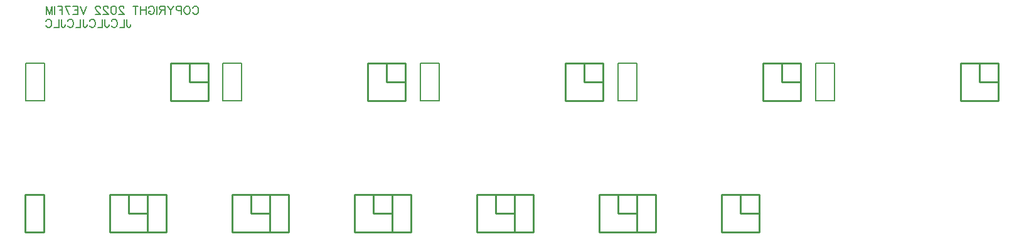
<source format=gbo>
G04 Layer: BottomSilkscreenLayer*
G04 EasyEDA v6.5.29, 2023-07-09 11:22:14*
G04 16bb6769e9674cb0b1f37b37bddf88b5,5a6b42c53f6a479593ecc07194224c93,10*
G04 Gerber Generator version 0.2*
G04 Scale: 100 percent, Rotated: No, Reflected: No *
G04 Dimensions in millimeters *
G04 leading zeros omitted , absolute positions ,4 integer and 5 decimal *
%FSLAX45Y45*%
%MOMM*%

%ADD10C,0.1524*%
%ADD11C,0.1520*%
%ADD12C,0.2032*%
%ADD13C,0.2030*%
%ADD14C,0.2540*%
%ADD15C,0.0114*%

%LPD*%
D10*
X2766822Y4051762D02*
G01*
X2772156Y4062176D01*
X2782570Y4072590D01*
X2792729Y4077670D01*
X2813558Y4077670D01*
X2823972Y4072590D01*
X2834386Y4062176D01*
X2839720Y4051762D01*
X2844800Y4036014D01*
X2844800Y4010106D01*
X2839720Y3994612D01*
X2834386Y3984198D01*
X2823972Y3973784D01*
X2813558Y3968704D01*
X2792729Y3968704D01*
X2782570Y3973784D01*
X2772156Y3984198D01*
X2766822Y3994612D01*
X2701290Y4077670D02*
G01*
X2711704Y4072590D01*
X2722118Y4062176D01*
X2727452Y4051762D01*
X2732531Y4036014D01*
X2732531Y4010106D01*
X2727452Y3994612D01*
X2722118Y3984198D01*
X2711704Y3973784D01*
X2701290Y3968704D01*
X2680715Y3968704D01*
X2670302Y3973784D01*
X2659888Y3984198D01*
X2654554Y3994612D01*
X2649474Y4010106D01*
X2649474Y4036014D01*
X2654554Y4051762D01*
X2659888Y4062176D01*
X2670302Y4072590D01*
X2680715Y4077670D01*
X2701290Y4077670D01*
X2615184Y4077670D02*
G01*
X2615184Y3968704D01*
X2615184Y4077670D02*
G01*
X2568447Y4077670D01*
X2552700Y4072590D01*
X2547620Y4067256D01*
X2542540Y4056842D01*
X2542540Y4041348D01*
X2547620Y4030934D01*
X2552700Y4025854D01*
X2568447Y4020520D01*
X2615184Y4020520D01*
X2508250Y4077670D02*
G01*
X2466593Y4025854D01*
X2466593Y3968704D01*
X2424938Y4077670D02*
G01*
X2466593Y4025854D01*
X2390647Y4077670D02*
G01*
X2390647Y3968704D01*
X2390647Y4077670D02*
G01*
X2343911Y4077670D01*
X2328418Y4072590D01*
X2323084Y4067256D01*
X2318004Y4056842D01*
X2318004Y4046428D01*
X2323084Y4036014D01*
X2328418Y4030934D01*
X2343911Y4025854D01*
X2390647Y4025854D01*
X2354325Y4025854D02*
G01*
X2318004Y3968704D01*
X2283713Y4077670D02*
G01*
X2283713Y3968704D01*
X2171445Y4051762D02*
G01*
X2176779Y4062176D01*
X2186940Y4072590D01*
X2197354Y4077670D01*
X2218181Y4077670D01*
X2228595Y4072590D01*
X2239009Y4062176D01*
X2244090Y4051762D01*
X2249424Y4036014D01*
X2249424Y4010106D01*
X2244090Y3994612D01*
X2239009Y3984198D01*
X2228595Y3973784D01*
X2218181Y3968704D01*
X2197354Y3968704D01*
X2186940Y3973784D01*
X2176779Y3984198D01*
X2171445Y3994612D01*
X2171445Y4010106D01*
X2197354Y4010106D02*
G01*
X2171445Y4010106D01*
X2137156Y4077670D02*
G01*
X2137156Y3968704D01*
X2064511Y4077670D02*
G01*
X2064511Y3968704D01*
X2137156Y4025854D02*
G01*
X2064511Y4025854D01*
X1993900Y4077670D02*
G01*
X1993900Y3968704D01*
X2030222Y4077670D02*
G01*
X1957324Y4077670D01*
X1837944Y4051762D02*
G01*
X1837944Y4056842D01*
X1832610Y4067256D01*
X1827529Y4072590D01*
X1817115Y4077670D01*
X1796287Y4077670D01*
X1785873Y4072590D01*
X1780794Y4067256D01*
X1775460Y4056842D01*
X1775460Y4046428D01*
X1780794Y4036014D01*
X1791207Y4020520D01*
X1843023Y3968704D01*
X1770379Y3968704D01*
X1704847Y4077670D02*
G01*
X1720595Y4072590D01*
X1731010Y4056842D01*
X1736089Y4030934D01*
X1736089Y4015440D01*
X1731010Y3989278D01*
X1720595Y3973784D01*
X1704847Y3968704D01*
X1694434Y3968704D01*
X1678939Y3973784D01*
X1668526Y3989278D01*
X1663445Y4015440D01*
X1663445Y4030934D01*
X1668526Y4056842D01*
X1678939Y4072590D01*
X1694434Y4077670D01*
X1704847Y4077670D01*
X1623821Y4051762D02*
G01*
X1623821Y4056842D01*
X1618742Y4067256D01*
X1613407Y4072590D01*
X1602994Y4077670D01*
X1582420Y4077670D01*
X1572005Y4072590D01*
X1566671Y4067256D01*
X1561592Y4056842D01*
X1561592Y4046428D01*
X1566671Y4036014D01*
X1577086Y4020520D01*
X1629155Y3968704D01*
X1556257Y3968704D01*
X1516887Y4051762D02*
G01*
X1516887Y4056842D01*
X1511554Y4067256D01*
X1506473Y4072590D01*
X1496060Y4077670D01*
X1475231Y4077670D01*
X1464818Y4072590D01*
X1459737Y4067256D01*
X1454404Y4056842D01*
X1454404Y4046428D01*
X1459737Y4036014D01*
X1470152Y4020520D01*
X1521968Y3968704D01*
X1449323Y3968704D01*
X1335023Y4077670D02*
G01*
X1293368Y3968704D01*
X1251965Y4077670D02*
G01*
X1293368Y3968704D01*
X1217676Y4077670D02*
G01*
X1217676Y3968704D01*
X1217676Y4077670D02*
G01*
X1150112Y4077670D01*
X1217676Y4025854D02*
G01*
X1176020Y4025854D01*
X1217676Y3968704D02*
G01*
X1150112Y3968704D01*
X1042923Y4077670D02*
G01*
X1094994Y3968704D01*
X1115821Y4077670D02*
G01*
X1042923Y4077670D01*
X1008634Y4077670D02*
G01*
X1008634Y3968704D01*
X1008634Y4077670D02*
G01*
X941070Y4077670D01*
X1008634Y4025854D02*
G01*
X967231Y4025854D01*
X906779Y4077670D02*
G01*
X906779Y3968704D01*
X872489Y4077670D02*
G01*
X872489Y3968704D01*
X872489Y4077670D02*
G01*
X831087Y3968704D01*
X789431Y4077670D02*
G01*
X831087Y3968704D01*
X789431Y4077670D02*
G01*
X789431Y3968704D01*
D11*
X1878444Y3899893D02*
G01*
X1878444Y3816766D01*
X1883641Y3801178D01*
X1888835Y3795984D01*
X1899226Y3790789D01*
X1909617Y3790789D01*
X1920008Y3795984D01*
X1925205Y3801178D01*
X1930400Y3816766D01*
X1930400Y3827157D01*
X1844154Y3899893D02*
G01*
X1844154Y3790789D01*
X1844154Y3790789D02*
G01*
X1781810Y3790789D01*
X1669587Y3873916D02*
G01*
X1674784Y3884307D01*
X1685175Y3894698D01*
X1695564Y3899893D01*
X1716346Y3899893D01*
X1726737Y3894698D01*
X1737128Y3884307D01*
X1742325Y3873916D01*
X1747520Y3858328D01*
X1747520Y3832352D01*
X1742325Y3816766D01*
X1737128Y3806375D01*
X1726737Y3795984D01*
X1716346Y3790789D01*
X1695564Y3790789D01*
X1685175Y3795984D01*
X1674784Y3806375D01*
X1669587Y3816766D01*
X1583344Y3899893D02*
G01*
X1583344Y3816766D01*
X1588538Y3801178D01*
X1593735Y3795984D01*
X1604124Y3790789D01*
X1614515Y3790789D01*
X1624906Y3795984D01*
X1630103Y3801178D01*
X1635297Y3816766D01*
X1635297Y3827157D01*
X1549054Y3899893D02*
G01*
X1549054Y3790789D01*
X1549054Y3790789D02*
G01*
X1486707Y3790789D01*
X1374485Y3873916D02*
G01*
X1379682Y3884307D01*
X1390073Y3894698D01*
X1400464Y3899893D01*
X1421244Y3899893D01*
X1431635Y3894698D01*
X1442026Y3884307D01*
X1447223Y3873916D01*
X1452417Y3858328D01*
X1452417Y3832352D01*
X1447223Y3816766D01*
X1442026Y3806375D01*
X1431635Y3795984D01*
X1421244Y3790789D01*
X1400464Y3790789D01*
X1390073Y3795984D01*
X1379682Y3806375D01*
X1374485Y3816766D01*
X1288242Y3899893D02*
G01*
X1288242Y3816766D01*
X1293436Y3801178D01*
X1298633Y3795984D01*
X1309024Y3790789D01*
X1319415Y3790789D01*
X1329804Y3795984D01*
X1335001Y3801178D01*
X1340195Y3816766D01*
X1340195Y3827157D01*
X1253952Y3899893D02*
G01*
X1253952Y3790789D01*
X1253952Y3790789D02*
G01*
X1191605Y3790789D01*
X1079385Y3873916D02*
G01*
X1084579Y3884307D01*
X1094971Y3894698D01*
X1105362Y3899893D01*
X1126144Y3899893D01*
X1136535Y3894698D01*
X1146924Y3884307D01*
X1152121Y3873916D01*
X1157315Y3858328D01*
X1157315Y3832352D01*
X1152121Y3816766D01*
X1146924Y3806375D01*
X1136535Y3795984D01*
X1126144Y3790789D01*
X1105362Y3790789D01*
X1094971Y3795984D01*
X1084579Y3806375D01*
X1079385Y3816766D01*
X993139Y3899893D02*
G01*
X993139Y3816766D01*
X998334Y3801178D01*
X1003531Y3795984D01*
X1013922Y3790789D01*
X1024313Y3790789D01*
X1034704Y3795984D01*
X1039898Y3801178D01*
X1045095Y3816766D01*
X1045095Y3827157D01*
X958850Y3899893D02*
G01*
X958850Y3790789D01*
X958850Y3790789D02*
G01*
X896505Y3790789D01*
X784283Y3873916D02*
G01*
X789477Y3884307D01*
X799868Y3894698D01*
X810260Y3899893D01*
X831042Y3899893D01*
X841433Y3894698D01*
X851824Y3884307D01*
X857018Y3873916D01*
X862215Y3858328D01*
X862215Y3832352D01*
X857018Y3816766D01*
X851824Y3806375D01*
X841433Y3795984D01*
X831042Y3790789D01*
X810260Y3790789D01*
X799868Y3795984D01*
X789477Y3806375D01*
X784283Y3816766D01*
D12*
X508000Y1015979D02*
G01*
X762000Y1015979D01*
X762000Y1523979D01*
X508000Y1523979D01*
X508000Y1333479D01*
D13*
X508000Y1015979D02*
G01*
X508000Y1333479D01*
D14*
X1651000Y1523979D02*
G01*
X1651000Y1015979D01*
X2159000Y1015979D01*
X2159000Y1523979D01*
X1651000Y1523979D01*
X1905000Y1523979D02*
G01*
X1905000Y1269979D01*
X2159000Y1269979D01*
X3301994Y1523977D02*
G01*
X3301994Y1015977D01*
X3809994Y1015977D01*
X3809994Y1523977D01*
X3301994Y1523977D01*
X3555994Y1523977D02*
G01*
X3555994Y1269977D01*
X3809994Y1269977D01*
D12*
X2158994Y1015977D02*
G01*
X2412994Y1015977D01*
X2412994Y1523977D01*
X2158994Y1523977D01*
X2158994Y1333477D01*
D13*
X2158994Y1015977D02*
G01*
X2158994Y1333477D01*
D14*
X4952992Y1523977D02*
G01*
X4952992Y1015977D01*
X5460992Y1015977D01*
X5460992Y1523977D01*
X4952992Y1523977D01*
X5206992Y1523977D02*
G01*
X5206992Y1269977D01*
X5460992Y1269977D01*
D12*
X3809992Y1015977D02*
G01*
X4063992Y1015977D01*
X4063992Y1523977D01*
X3809992Y1523977D01*
X3809992Y1333477D01*
D13*
X3809992Y1015977D02*
G01*
X3809992Y1333477D01*
D14*
X6603989Y1523977D02*
G01*
X6603989Y1015977D01*
X7111989Y1015977D01*
X7111989Y1523977D01*
X6603989Y1523977D01*
X6857989Y1523977D02*
G01*
X6857989Y1269977D01*
X7111989Y1269977D01*
D12*
X5460989Y1015977D02*
G01*
X5714989Y1015977D01*
X5714989Y1523977D01*
X5460989Y1523977D01*
X5460989Y1333477D01*
D13*
X5460989Y1015977D02*
G01*
X5460989Y1333477D01*
D14*
X8254984Y1523977D02*
G01*
X8254984Y1015977D01*
X8762984Y1015977D01*
X8762984Y1523977D01*
X8254984Y1523977D01*
X8508984Y1523977D02*
G01*
X8508984Y1269977D01*
X8762984Y1269977D01*
D12*
X7111984Y1015977D02*
G01*
X7365984Y1015977D01*
X7365984Y1523977D01*
X7111984Y1523977D01*
X7111984Y1333477D01*
D13*
X7111984Y1015977D02*
G01*
X7111984Y1333477D01*
D14*
X9905982Y1523977D02*
G01*
X9905982Y1015977D01*
X10413982Y1015977D01*
X10413982Y1523977D01*
X9905982Y1523977D01*
X10159982Y1523977D02*
G01*
X10159982Y1269977D01*
X10413982Y1269977D01*
D12*
X8762982Y1015977D02*
G01*
X9016982Y1015977D01*
X9016982Y1523977D01*
X8762982Y1523977D01*
X8762982Y1333477D01*
D13*
X8762982Y1015977D02*
G01*
X8762982Y1333477D01*
D12*
X11175974Y2793974D02*
G01*
X11429974Y2793974D01*
X11429974Y3301974D01*
X11175974Y3301974D01*
X11175974Y3111474D01*
D13*
X11175974Y2793974D02*
G01*
X11175974Y3111474D01*
D14*
X13131774Y3301974D02*
G01*
X13131774Y2793974D01*
X13639774Y2793974D01*
X13639774Y3301974D01*
X13131774Y3301974D01*
X13385774Y3301974D02*
G01*
X13385774Y3047974D01*
X13639774Y3047974D01*
D12*
X8508979Y2793974D02*
G01*
X8762979Y2793974D01*
X8762979Y3301974D01*
X8508979Y3301974D01*
X8508979Y3111474D01*
D13*
X8508979Y2793974D02*
G01*
X8508979Y3111474D01*
D14*
X10464779Y3301974D02*
G01*
X10464779Y2793974D01*
X10972779Y2793974D01*
X10972779Y3301974D01*
X10464779Y3301974D01*
X10718779Y3301974D02*
G01*
X10718779Y3047974D01*
X10972779Y3047974D01*
X7797784Y3301974D02*
G01*
X7797784Y2793974D01*
X8305784Y2793974D01*
X8305784Y3301974D01*
X7797784Y3301974D01*
X8051784Y3301974D02*
G01*
X8051784Y3047974D01*
X8305784Y3047974D01*
D12*
X5841984Y2793974D02*
G01*
X6095984Y2793974D01*
X6095984Y3301974D01*
X5841984Y3301974D01*
X5841984Y3111474D01*
D13*
X5841984Y2793974D02*
G01*
X5841984Y3111474D01*
D14*
X2466995Y3301972D02*
G01*
X2466995Y2793972D01*
X2974995Y2793972D01*
X2974995Y3301972D01*
X2466995Y3301972D01*
X2720995Y3301972D02*
G01*
X2720995Y3047972D01*
X2974995Y3047972D01*
D12*
X511195Y2793972D02*
G01*
X765195Y2793972D01*
X765195Y3301972D01*
X511195Y3301972D01*
X511195Y3111472D01*
D13*
X511195Y2793972D02*
G01*
X511195Y3111472D01*
D12*
X3174989Y2793974D02*
G01*
X3428989Y2793974D01*
X3428989Y3301974D01*
X3174989Y3301974D01*
X3174989Y3111474D01*
D13*
X3174989Y2793974D02*
G01*
X3174989Y3111474D01*
D14*
X5130789Y3301974D02*
G01*
X5130789Y2793974D01*
X5638789Y2793974D01*
X5638789Y3301974D01*
X5130789Y3301974D01*
X5384789Y3301974D02*
G01*
X5384789Y3047974D01*
X5638789Y3047974D01*
X508000Y1523974D02*
G01*
X762000Y1523974D01*
X762000Y1015974D01*
X508000Y1015974D01*
X508000Y1523974D01*
X1651000Y1523974D02*
G01*
X2159000Y1523974D01*
X2159000Y1015974D01*
X1651000Y1015974D01*
X1651000Y1523974D01*
X3302000Y1523974D02*
G01*
X3810000Y1523974D01*
X3810000Y1015974D01*
X3302000Y1015974D01*
X3302000Y1523974D01*
X2159000Y1523974D02*
G01*
X2413000Y1523974D01*
X2413000Y1015974D01*
X2159000Y1015974D01*
X2159000Y1523974D01*
X4953000Y1523974D02*
G01*
X5461000Y1523974D01*
X5461000Y1015974D01*
X4953000Y1015974D01*
X4953000Y1523974D01*
X3810000Y1523974D02*
G01*
X4064000Y1523974D01*
X4064000Y1015974D01*
X3810000Y1015974D01*
X3810000Y1523974D01*
X6604000Y1523974D02*
G01*
X7112000Y1523974D01*
X7112000Y1015974D01*
X6604000Y1015974D01*
X6604000Y1523974D01*
X5461000Y1523974D02*
G01*
X5715000Y1523974D01*
X5715000Y1015974D01*
X5461000Y1015974D01*
X5461000Y1523974D01*
X8254974Y1523974D02*
G01*
X8762974Y1523974D01*
X8762974Y1015974D01*
X8254974Y1015974D01*
X8254974Y1523974D01*
X7111974Y1523974D02*
G01*
X7365974Y1523974D01*
X7365974Y1015974D01*
X7111974Y1015974D01*
X7111974Y1523974D01*
X9905974Y1523974D02*
G01*
X10413974Y1523974D01*
X10413974Y1015974D01*
X9905974Y1015974D01*
X9905974Y1523974D01*
X8762974Y1523974D02*
G01*
X9016974Y1523974D01*
X9016974Y1015974D01*
X8762974Y1015974D01*
X8762974Y1523974D01*
M02*

</source>
